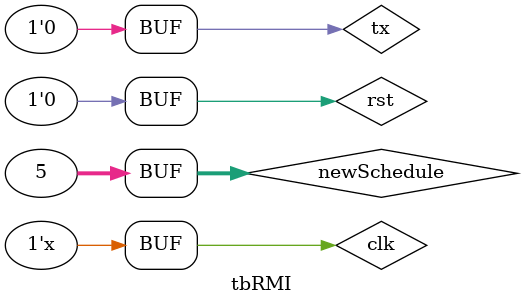
<source format=v>
/*
  Name : Rakotojaona Nambinina
  email : Andrianoelisoa.rakotojaona@gmail.com
  Description : Test bench of RMI
*/
`timescale 1ns / 1ps
module tbRMI(

    );
    
      // input port
  reg clk; 
  reg rst; 
  reg tx; 
  reg [31:0] newSchedule;
  // output port
  // BRAM1 
  wire  wrEn1;
  wire  [31:0] wrAdd1;
  wire  [31:0] wrData1;
  // BRAM2 
  wire  wrEn2; 
  wire  [31:0] wrAdd2;
  wire  [31:0] wrData2;
  // sel memory after 1 clock cycle 
  wire selMem;
    
    
     RMI UUT(
           clk,
           rst,
           tx, 
           newSchedule,
           // BRAM 1 
           wrEn1,
           wrAdd1,
           wrData1,
           // BRAM 2 
           wrEn2, 
           wrAdd2, 
           wrData2, 
           // sel Memory 
           selMem
           );
  initial
    begin
      clk =0; 
      rst =1;
      tx =0;
      newSchedule = 32'd5;
      #10 
      rst=0;
      #40 
      tx = 1;
      #200 
      tx = 0;
    end
    
  always 
    begin
      #5 clk = !clk;
    end 

endmodule

</source>
